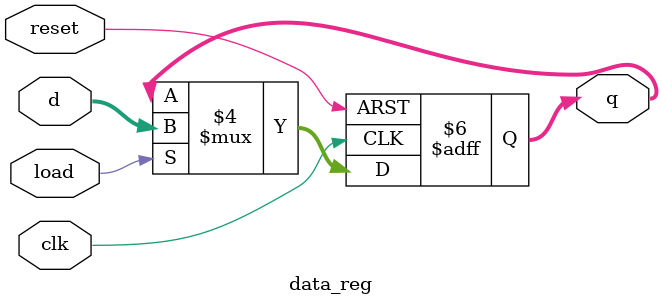
<source format=v>
/***************************************************
* File: data_reg.v
* Author: Andrei Belov
* Class: EE 271
* Module: data_reg
* Description: Data Register circuit
****************************************************/

// Data Register
//
module data_reg
    (
        input wire[3:0] d,
        input wire clk, reset, load,
        output reg[3:0] q
    );
    always @(posedge clk or negedge reset)
        begin
            if (!reset)  // asynchronous reset
                q <= 0;
            else if (load == 1)
                q <= d;
        end
endmodule // data_reg

</source>
